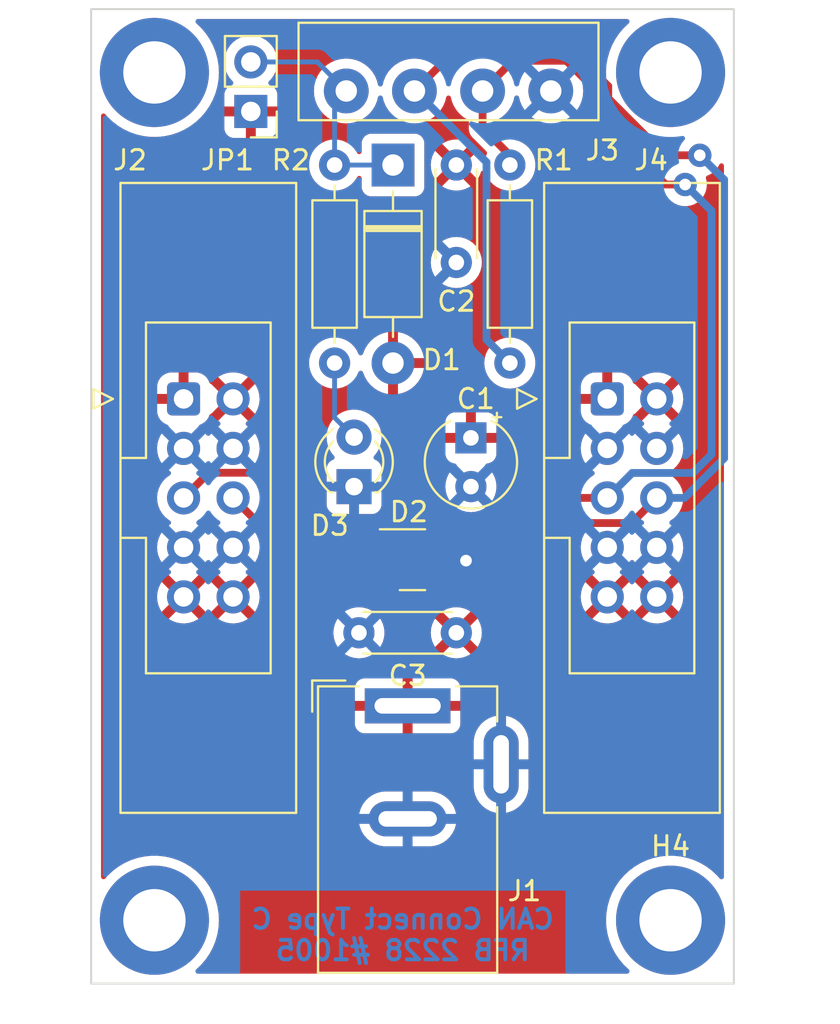
<source format=kicad_pcb>
(kicad_pcb (version 20211014) (generator pcbnew)
  (layers (0 "F.Cu" signal) (31 "B.Cu" signal) (34 "B.Paste" user) (35 "F.Paste" user) (36 "B.SilkS" user "B.Silkscreen") (37 "F.SilkS" user "F.Silkscreen") (38 "B.Mask" user) (39 "F.Mask" user) (44 "Edge.Cuts" user))
  (net 0 "")
  (net 1 "+12V")
  (net 2 "GND")
  (net 3 "/VP")
  (net 4 "/H")
  (net 5 "/L")
  (net 6 "Net-(D3-Pad2)")
  (footprint "Connector_PinHeader_2.54mm:PinHeader_1x02_P2.54mm_Vertical" (layer "F.Cu") (at 108.2 105.25 180)
    (fp_text reference "JP1" (at 1.2 -2.5 180) (layer "F.SilkS"))
    (fp_text value "Jumper_2_Open")
    (fp_line (start -1.33 0) (end -1.33 -1.33) (layer "F.SilkS") (width 0.12))
    (fp_line (start 1.33 1.27) (end 1.33 3.87) (layer "F.SilkS") (width 0.12))
    (fp_line (start -1.33 1.27) (end 1.33 1.27) (layer "F.SilkS") (width 0.12))
    (fp_line (start -1.33 1.27) (end -1.33 3.87) (layer "F.SilkS") (width 0.12))
    (fp_line (start -1.33 3.87) (end 1.33 3.87) (layer "F.SilkS") (width 0.12))
    (fp_line (start -1.33 -1.33) (end 0 -1.33) (layer "F.SilkS") (width 0.12))
    (pad "1" thru_hole rect (at 0 0 180) (size 1.7 1.7) (drill 1) (layers *.Cu *.Mask) (net 1 "+12V"))
    (pad "2" thru_hole oval (at 0 2.54 180) (size 1.7 1.7) (drill 1) (layers *.Cu *.Mask) (net 3 "/VP"))
  )
  (footprint "Capacitor_THT:C_Disc_D4.3mm_W1.9mm_P5.00mm" (layer "F.Cu") (at 118.75 132 180)
    (fp_text reference "C3" (at 2.5 -2.2) (layer "F.SilkS"))
    (fp_text value "100nF")
    (fp_line (start 0.23 -1.07) (end 4.77 -1.07) (layer "F.SilkS") (width 0.12))
    (fp_line (start 0.23 -1.07) (end 0.23 -1.055) (layer "F.SilkS") (width 0.12))
    (fp_line (start 4.77 -1.07) (end 4.77 -1.055) (layer "F.SilkS") (width 0.12))
    (fp_line (start 0.23 1.055) (end 0.23 1.07) (layer "F.SilkS") (width 0.12))
    (fp_line (start 0.23 1.07) (end 4.77 1.07) (layer "F.SilkS") (width 0.12))
    (fp_line (start 4.77 1.055) (end 4.77 1.07) (layer "F.SilkS") (width 0.12))
    (pad "1" thru_hole circle (at 0 0 180) (size 1.6 1.6) (drill 0.8) (layers *.Cu *.Mask) (net 1 "+12V"))
    (pad "2" thru_hole circle (at 5 0 180) (size 1.6 1.6) (drill 0.8) (layers *.Cu *.Mask) (net 2 "GND"))
  )
  (footprint "MountingHole:MountingHole_3.2mm_M3_DIN965_Pad_TopBottom" (layer "F.Cu") (at 129.75 146.75)
    (fp_text reference "H4" (at 0 -3.8) (layer "F.SilkS"))
    (fp_text value "MountingHole")
    (pad "1" thru_hole circle (at 0 0) (size 3.6 3.6) (drill 3.2) (layers *.Cu *.Mask))
    (pad "1" connect circle (at 0 0) (size 5.6 5.6) (layers "B.Cu" "B.Mask"))
    (pad "1" connect circle (at 0 0) (size 5.6 5.6) (layers "F.Cu" "F.Mask"))
  )
  (footprint "MountingHole:MountingHole_3.2mm_M3_DIN965_Pad_TopBottom" (layer "F.Cu") (at 129.75 103.25)
    (fp_text reference "H2" hide)
    (fp_text value "MountingHole")
    (pad "1" thru_hole circle (at 0 0) (size 3.6 3.6) (drill 3.2) (layers *.Cu *.Mask))
    (pad "1" connect circle (at 0 0) (size 5.6 5.6) (layers "B.Cu" "B.Mask"))
    (pad "1" connect circle (at 0 0) (size 5.6 5.6) (layers "F.Cu" "F.Mask"))
  )
  (footprint "Connector_BarrelJack:BarrelJack_Wuerth_6941xx301002" (layer "F.Cu") (at 116.25 135.75)
    (fp_text reference "J1" (at 6 9.5) (layer "F.SilkS"))
    (fp_text value "Barrel_Jack_Switch")
    (fp_line (start 4.6 13.7) (end -4.6 13.7) (layer "F.SilkS") (width 0.12))
    (fp_line (start -4.9 -1.3) (end -4.9 0.3) (layer "F.SilkS") (width 0.12))
    (fp_line (start 2.5 -1) (end 4.6 -1) (layer "F.SilkS") (width 0.12))
    (fp_line (start 4.6 -1) (end 4.6 0.8) (layer "F.SilkS") (width 0.12))
    (fp_line (start 4.6 5.2) (end 4.6 13.7) (layer "F.SilkS") (width 0.12))
    (fp_line (start -3.2 -1.3) (end -4.9 -1.3) (layer "F.SilkS") (width 0.12))
    (fp_line (start -4.6 -1) (end -2.5 -1) (layer "F.SilkS") (width 0.12))
    (fp_line (start -4.6 13.7) (end -4.6 -1) (layer "F.SilkS") (width 0.12))
    (pad "1" thru_hole rect (at 0 0) (size 4.4 1.8) (drill oval 3.4 0.8) (layers *.Cu *.Mask) (net 1 "+12V"))
    (pad "2" thru_hole oval (at 0 5.8) (size 4 1.8) (drill oval 3 0.8) (layers *.Cu *.Mask) (net 2 "GND"))
    (pad "3" thru_hole oval (at 4.8 3 90) (size 4 1.8) (drill oval 3 0.8) (layers *.Cu *.Mask) (net 2 "GND"))
  )
  (footprint "Diode_THT:D_DO-41_SOD81_P10.16mm_Horizontal" (layer "F.Cu") (at 115.5 108 -90)
    (fp_text reference "D1" (at 10 -2.5) (layer "F.SilkS"))
    (fp_text value "UF4001")
    (fp_line (start 2.36 -1.47) (end 2.36 1.47) (layer "F.SilkS") (width 0.12))
    (fp_line (start 7.8 -1.47) (end 2.36 -1.47) (layer "F.SilkS") (width 0.12))
    (fp_line (start 8.82 0) (end 7.8 0) (layer "F.SilkS") (width 0.12))
    (fp_line (start 3.38 -1.47) (end 3.38 1.47) (layer "F.SilkS") (width 0.12))
    (fp_line (start 2.36 1.47) (end 7.8 1.47) (layer "F.SilkS") (width 0.12))
    (fp_line (start 3.26 -1.47) (end 3.26 1.47) (layer "F.SilkS") (width 0.12))
    (fp_line (start 1.34 0) (end 2.36 0) (layer "F.SilkS") (width 0.12))
    (fp_line (start 7.8 1.47) (end 7.8 -1.47) (layer "F.SilkS") (width 0.12))
    (fp_line (start 3.14 -1.47) (end 3.14 1.47) (layer "F.SilkS") (width 0.12))
    (pad "1" thru_hole rect (at 0 0 270) (size 2.2 2.2) (drill 1.1) (layers *.Cu *.Mask) (net 3 "/VP"))
    (pad "2" thru_hole oval (at 10.16 0 270) (size 2.2 2.2) (drill 1.1) (layers *.Cu *.Mask) (net 1 "+12V"))
  )
  (footprint "Connector_IDC:IDC-Header_2x05_P2.54mm_Latch_Vertical" (layer "F.Cu") (at 104.7475 120)
    (fp_text reference "J2" (at -2.7475 -12.25) (layer "F.SilkS"))
    (fp_text value "10W IDC Connector Latched")
    (fp_line (start -4.63 0.5) (end -3.63 0) (layer "F.SilkS") (width 0.12))
    (fp_line (start -3.63 0) (end -4.63 -0.5) (layer "F.SilkS") (width 0.12))
    (fp_line (start -3.24 -11.08) (end 5.78 -11.08) (layer "F.SilkS") (width 0.12))
    (fp_line (start -1.93 3.03) (end -1.93 -3.92) (layer "F.SilkS") (width 0.12))
    (fp_line (start 5.78 21.24) (end -3.24 21.24) (layer "F.SilkS") (width 0.12))
    (fp_line (start -1.93 7.13) (end -3.24 7.13) (layer "F.SilkS") (width 0.12))
    (fp_line (start 4.47 14.08) (end -1.93 14.08) (layer "F.SilkS") (width 0.12))
    (fp_line (start -3.24 21.24) (end -3.24 -11.08) (layer "F.SilkS") (width 0.12))
    (fp_line (start -1.93 7.13) (end -1.93 7.13) (layer "F.SilkS") (width 0.12))
    (fp_line (start -1.93 14.08) (end -1.93 7.13) (layer "F.SilkS") (width 0.12))
    (fp_line (start -1.93 -3.92) (end 4.47 -3.92) (layer "F.SilkS") (width 0.12))
    (fp_line (start -4.63 -0.5) (end -4.63 0.5) (layer "F.SilkS") (width 0.12))
    (fp_line (start 5.78 -11.08) (end 5.78 21.24) (layer "F.SilkS") (width 0.12))
    (fp_line (start -3.24 3.03) (end -1.93 3.03) (layer "F.SilkS") (width 0.12))
    (fp_line (start 4.47 -3.92) (end 4.47 14.08) (layer "F.SilkS") (width 0.12))
    (pad "1" thru_hole roundrect (at 0 0) (size 1.7 1.7) (drill 1) (layers *.Cu *.Mask) (roundrect_rratio 0.147059) (net 1 "+12V"))
    (pad "2" thru_hole circle (at 2.54 0) (size 1.7 1.7) (drill 1) (layers *.Cu *.Mask) (net 1 "+12V"))
    (pad "3" thru_hole circle (at 0 2.54) (size 1.7 1.7) (drill 1) (layers *.Cu *.Mask) (net 2 "GND"))
    (pad "4" thru_hole circle (at 2.54 2.54) (size 1.7 1.7) (drill 1) (layers *.Cu *.Mask) (net 2 "GND"))
    (pad "5" thru_hole circle (at 0 5.08) (size 1.7 1.7) (drill 1) (layers *.Cu *.Mask) (net 4 "/H"))
    (pad "6" thru_hole circle (at 2.54 5.08) (size 1.7 1.7) (drill 1) (layers *.Cu *.Mask) (net 5 "/L"))
    (pad "7" thru_hole circle (at 0 7.62) (size 1.7 1.7) (drill 1) (layers *.Cu *.Mask) (net 2 "GND"))
    (pad "8" thru_hole circle (at 2.54 7.62) (size 1.7 1.7) (drill 1) (layers *.Cu *.Mask) (net 2 "GND"))
    (pad "9" thru_hole circle (at 0 10.16) (size 1.7 1.7) (drill 1) (layers *.Cu *.Mask) (net 1 "+12V"))
    (pad "10" thru_hole circle (at 2.54 10.16) (size 1.7 1.7) (drill 1) (layers *.Cu *.Mask) (net 1 "+12V"))
  )
  (footprint "MountingHole:MountingHole_3.2mm_M3_DIN965_Pad_TopBottom" (layer "F.Cu") (at 103.25 146.75)
    (fp_text reference "H3" hide)
    (fp_text value "MountingHole")
    (pad "1" connect circle (at 0 0) (size 5.6 5.6) (layers "B.Cu" "B.Mask"))
    (pad "1" connect circle (at 0 0) (size 5.6 5.6) (layers "F.Cu" "F.Mask"))
    (pad "1" thru_hole circle (at 0 0) (size 3.6 3.6) (drill 3.2) (layers *.Cu *.Mask))
  )
  (footprint "LED_THT:LED_D3.0mm" (layer "F.Cu") (at 113.5 124.5 90)
    (fp_text reference "D3" (at -2 -1.25 180) (layer "F.SilkS"))
    (fp_text value "LED_GRN")
    (fp_line (start -0.29 1.08) (end -0.29 1.236) (layer "F.SilkS") (width 0.12))
    (fp_line (start -0.29 -1.236) (end -0.29 -1.08) (layer "F.SilkS") (width 0.12))
    (fp_arc (start 2.31113 1.079837) (mid 1.270117 1.5) (end 0.229039 1.08) (layer "F.SilkS") (width 0.12))
    (fp_arc (start 0.229039 -1.08) (mid 1.270117 -1.5) (end 2.31113 -1.079837) (layer "F.SilkS") (width 0.12))
    (fp_arc (start -0.29 -1.235516) (mid 1.366487 -1.987659) (end 2.942335 -1.078608) (layer "F.SilkS") (width 0.12))
    (fp_arc (start 2.942335 1.078608) (mid 1.366487 1.987659) (end -0.29 1.235516) (layer "F.SilkS") (width 0.12))
    (pad "1" thru_hole rect (at 0 0 90) (size 1.8 1.8) (drill 0.9) (layers *.Cu *.Mask) (net 2 "GND"))
    (pad "2" thru_hole circle (at 2.54 0 90) (size 1.8 1.8) (drill 0.9) (layers *.Cu *.Mask) (net 6 "Net-(D3-Pad2)"))
  )
  (footprint "mylib:R_Axial_P10.16mm_Horizontal" (layer "F.Cu") (at 112.5 108 -90)
    (fp_text reference "R2" (at -0.25 2.25) (layer "F.SilkS"))
    (fp_text value "3K9")
    (fp_line (start 9.12 0) (end 8.35 0) (layer "F.SilkS") (width 0.12))
    (fp_line (start 8.35 1.14) (end 8.35 -1.14) (layer "F.SilkS") (width 0.12))
    (fp_line (start 1.81 1.14) (end 8.35 1.14) (layer "F.SilkS") (width 0.12))
    (fp_line (start 1.04 0) (end 1.81 0) (layer "F.SilkS") (width 0.12))
    (fp_line (start 8.35 -1.14) (end 1.81 -1.14) (layer "F.SilkS") (width 0.12))
    (fp_line (start 1.81 -1.14) (end 1.81 1.14) (layer "F.SilkS") (width 0.12))
    (pad "1" thru_hole circle (at 0 0 270) (size 1.6 1.6) (drill 0.8) (layers *.Cu *.Mask) (net 3 "/VP"))
    (pad "2" thru_hole oval (at 10.16 0 270) (size 1.6 1.6) (drill 0.8) (layers *.Cu *.Mask) (net 6 "Net-(D3-Pad2)"))
  )
  (footprint "mylib:R_Axial_P10.16mm_Horizontal" (layer "F.Cu") (at 121.5 118.16 90)
    (fp_text reference "R1" (at 10.41 2.25 180) (layer "F.SilkS"))
    (fp_text value "120R")
    (fp_line (start 8.35 -1.14) (end 1.81 -1.14) (layer "F.SilkS") (width 0.12))
    (fp_line (start 8.35 1.14) (end 8.35 -1.14) (layer "F.SilkS") (width 0.12))
    (fp_line (start 1.81 -1.14) (end 1.81 1.14) (layer "F.SilkS") (width 0.12))
    (fp_line (start 1.81 1.14) (end 8.35 1.14) (layer "F.SilkS") (width 0.12))
    (fp_line (start 9.12 0) (end 8.35 0) (layer "F.SilkS") (width 0.12))
    (fp_line (start 1.04 0) (end 1.81 0) (layer "F.SilkS") (width 0.12))
    (pad "1" thru_hole circle (at 0 0 90) (size 1.6 1.6) (drill 0.8) (layers *.Cu *.Mask) (net 5 "/L"))
    (pad "2" thru_hole oval (at 10.16 0 90) (size 1.6 1.6) (drill 0.8) (layers *.Cu *.Mask) (net 4 "/H"))
  )
  (footprint "mylib:Camdenboss_3pt5mm_pitch_PCB_horizontal_4Way" (layer "F.Cu") (at 126.05 105.7 180)
    (fp_text reference "J3" (at -0.2 -1.55) (layer "F.SilkS"))
    (fp_text value "Conn_01x04_Male")
    (fp_line (start 0 0) (end 0 5) (layer "F.SilkS") (width 0.12))
    (fp_line (start 15.4 0) (end 0 0) (layer "F.SilkS") (width 0.12))
    (fp_line (start 15.4 0) (end 15.4 5) (layer "F.SilkS") (width 0.12))
    (fp_line (start 15.4 5) (end 0 5) (layer "F.SilkS") (width 0.12))
    (pad "1" thru_hole circle (at 2.45 1.5 90) (size 2.3 2.3) (drill 1.1) (layers *.Cu *.Mask) (net 2 "GND"))
    (pad "2" thru_hole circle (at 5.95 1.5 90) (size 2.3 2.3) (drill 1.1) (layers *.Cu *.Mask) (net 4 "/H"))
    (pad "3" thru_hole circle (at 9.45 1.5 90) (size 2.3 2.3) (drill 1.1) (layers *.Cu *.Mask) (net 5 "/L"))
    (pad "4" thru_hole circle (at 12.95 1.5 90) (size 2.3 2.3) (drill 1.1) (layers *.Cu *.Mask) (net 3 "/VP"))
  )
  (footprint "Package_TO_SOT_SMD:SOT-23" (layer "F.Cu") (at 116.5 128.25)
    (fp_text reference "D2" (at -0.1875 -2.45) (layer "F.SilkS"))
    (fp_text value "SP0502BAHTG")
    (fp_line (start 0 -1.56) (end 0.65 -1.56) (layer "F.SilkS") (width 0.12))
    (fp_line (start 0 1.56) (end 0.65 1.56) (layer "F.SilkS") (width 0.12))
    (fp_line (start 0 -1.56) (end -1.675 -1.56) (layer "F.SilkS") (width 0.12))
    (fp_line (start 0 1.56) (end -0.65 1.56) (layer "F.SilkS") (width 0.12))
    (pad "1" smd roundrect (at -0.9375 -0.95) (size 1.475 0.6) (layers "F.Cu" "F.Paste" "F.Mask") (net 4 "/H"))
    (pad "2" smd roundrect (at -0.9375 0.95) (size 1.475 0.6) (layers "F.Cu" "F.Paste" "F.Mask") (net 5 "/L"))
    (pad "3" smd roundrect (at 0.9375 0) (size 1.475 0.6) (layers "F.Cu" "F.Paste" "F.Mask") (net 2 "GND"))
  )
  (footprint "MountingHole:MountingHole_3.2mm_M3_DIN965_Pad_TopBottom" (layer "F.Cu") (at 103.25 103.25)
    (fp_text reference "H1" hide)
    (fp_text value "MountingHole")
    (pad "1" thru_hole circle (at 0 0) (size 3.6 3.6) (drill 3.2) (layers *.Cu *.Mask))
    (pad "1" connect circle (at 0 0) (size 5.6 5.6) (layers "F.Cu" "F.Mask"))
    (pad "1" connect circle (at 0 0) (size 5.6 5.6) (layers "B.Cu" "B.Mask"))
  )
  (footprint "Capacitor_THT:C_Disc_D4.3mm_W1.9mm_P5.00mm" (layer "F.Cu") (at 118.75 108 -90)
    (fp_text reference "C2" (at 7 0) (layer "F.SilkS"))
    (fp_text value "100nF")
    (fp_line (start 0.23 1.07) (end 4.77 1.07) (layer "F.SilkS") (width 0.12))
    (fp_line (start 4.77 1.055) (end 4.77 1.07) (layer "F.SilkS") (width 0.12))
    (fp_line (start 0.23 -1.07) (end 4.77 -1.07) (layer "F.SilkS") (width 0.12))
    (fp_line (start 0.23 -1.07) (end 0.23 -1.055) (layer "F.SilkS") (width 0.12))
    (fp_line (start 4.77 -1.07) (end 4.77 -1.055) (layer "F.SilkS") (width 0.12))
    (fp_line (start 0.23 1.055) (end 0.23 1.07) (layer "F.SilkS") (width 0.12))
    (pad "1" thru_hole circle (at 0 0 270) (size 1.6 1.6) (drill 0.8) (layers *.Cu *.Mask) (net 1 "+12V"))
    (pad "2" thru_hole circle (at 5 0 270) (size 1.6 1.6) (drill 0.8) (layers *.Cu *.Mask) (net 2 "GND"))
  )
  (footprint "Capacitor_THT:CP_Radial_Tantal_D4.5mm_P2.50mm" (layer "F.Cu") (at 119.5 122 -90)
    (fp_text reference "C1" (at -2 -0.25) (layer "F.SilkS"))
    (fp_text value "4u7F")
    (fp_line (start -1.287288 -1.335) (end -0.837288 -1.335) (layer "F.SilkS") (width 0.12))
    (fp_line (start -1.062288 -1.56) (end -1.062288 -1.11) (layer "F.SilkS") (width 0.12))
    (fp_arc (start -0.869741 -1.06) (mid 3.62 0) (end -0.869741 1.06) (layer "F.SilkS") (width 0.12))
    (pad "1" thru_hole rect (at 0 0 270) (size 1.6 1.6) (drill 0.8) (layers *.Cu *.Mask) (net 1 "+12V"))
    (pad "2" thru_hole circle (at 2.5 0 270) (size 1.6 1.6) (drill 0.8) (layers *.Cu *.Mask) (net 2 "GND"))
  )
  (footprint "Connector_IDC:IDC-Header_2x05_P2.54mm_Latch_Vertical" (layer "F.Cu") (at 126.5 120)
    (fp_text reference "J4" (at 2.25 -12.25) (layer "F.SilkS"))
    (fp_text value "10W IDC Connector Latched")
    (fp_line (start -3.24 -11.08) (end 5.78 -11.08) (layer "F.SilkS") (width 0.12))
    (fp_line (start -4.63 0.5) (end -3.63 0) (layer "F.SilkS") (width 0.12))
    (fp_line (start -3.24 3.03) (end -1.93 3.03) (layer "F.SilkS") (width 0.12))
    (fp_line (start -1.93 7.13) (end -1.93 7.13) (layer "F.SilkS") (width 0.12))
    (fp_line (start -1.93 14.08) (end -1.93 7.13) (layer "F.SilkS") (width 0.12))
    (fp_line (start -1.93 -3.92) (end 4.47 -3.92) (layer "F.SilkS") (width 0.12))
    (fp_line (start -3.63 0) (end -4.63 -0.5) (layer "F.SilkS") (width 0.12))
    (fp_line (start -1.93 3.03) (end -1.93 -3.92) (layer "F.SilkS") (width 0.12))
    (fp_line (start 4.47 14.08) (end -1.93 14.08) (layer "F.SilkS") (width 0.12))
    (fp_line (start 4.47 -3.92) (end 4.47 14.08) (layer "F.SilkS") (width 0.12))
    (fp_line (start -3.24 21.24) (end -3.24 -11.08) (layer "F.SilkS") (width 0.12))
    (fp_line (start -1.93 7.13) (end -3.24 7.13) (layer "F.SilkS") (width 0.12))
    (fp_line (start -4.63 -0.5) (end -4.63 0.5) (layer "F.SilkS") (width 0.12))
    (fp_line (start 5.78 -11.08) (end 5.78 21.24) (layer "F.SilkS") (width 0.12))
    (fp_line (start 5.78 21.24) (end -3.24 21.24) (layer "F.SilkS") (width 0.12))
    (pad "1" thru_hole roundrect (at 0 0) (size 1.7 1.7) (drill 1) (layers *.Cu *.Mask) (roundrect_rratio 0.147059) (net 1 "+12V"))
    (pad "2" thru_hole circle (at 2.54 0) (size 1.7 1.7) (drill 1) (layers *.Cu *.Mask) (net 1 "+12V"))
    (pad "3" thru_hole circle (at 0 2.54) (size 1.7 1.7) (drill 1) (layers *.Cu *.Mask) (net 2 "GND"))
    (pad "4" thru_hole circle (at 2.54 2.54) (size 1.7 1.7) (drill 1) (layers *.Cu *.Mask) (net 2 "GND"))
    (pad "5" thru_hole circle (at 0 5.08) (size 1.7 1.7) (drill 1) (layers *.Cu *.Mask) (net 4 "/H"))
    (pad "6" thru_hole circle (at 2.54 5.08) (size 1.7 1.7) (drill 1) (layers *.Cu *.Mask) (net 5 "/L"))
    (pad "7" thru_hole circle (at 0 7.62) (size 1.7 1.7) (drill 1) (layers *.Cu *.Mask) (net 2 "GND"))
    (pad "8" thru_hole circle (at 2.54 7.62) (size 1.7 1.7) (drill 1) (layers *.Cu *.Mask) (net 2 "GND"))
    (pad "9" thru_hole circle (at 0 10.16) (size 1.7 1.7) (drill 1) (layers *.Cu *.Mask) (net 1 "+12V"))
    (pad "10" thru_hole circle (at 2.54 10.16) (size 1.7 1.7) (drill 1) (layers *.Cu *.Mask) (net 1 "+12V"))
  )
  (gr_line (start 133 100) (end 100 100) (layer "Edge.Cuts") (width 0.1))
  (gr_line (start 100 150) (end 100 100) (layer "Edge.Cuts") (width 0.1))
  (gr_line (start 133 150) (end 133 100) (layer "Edge.Cuts") (width 0.1))
  (gr_line (start 100 150) (end 133 150) (layer "Edge.Cuts") (width 0.1))
  (gr_text "CAN Connect Type C\nRFB 2228 #1005" (at 116 147.5) (layer "B.Cu") (effects (font (size 1 1) (thickness 0.2)) (justify mirror)))
  (segment (start 119.199348 128.25) (end 119.247467 128.298119) (width 0.4) (layer "F.Cu") (net 2))
  (segment (start 117.4375 128.25) (end 119.199348 128.25) (width 0.4) (layer "F.Cu") (net 2))
  (via (at 119.247467 128.298119) (size 1.2) (drill 0.6) (layers "F.Cu" "B.Cu") (net 2))
  (segment (start 111.61 102.71) (end 113.1 104.2) (width 0.25) (layer "B.Cu") (net 3))
  (segment (start 112.5 104.8) (end 113.1 104.2) (width 0.25) (layer "B.Cu") (net 3))
  (segment (start 112.5 108) (end 115.25 108) (width 0.25) (layer "B.Cu") (net 3))
  (segment (start 108.2 102.71) (end 111.61 102.71) (width 0.25) (layer "B.Cu") (net 3))
  (segment (start 112.5 108) (end 112.5 104.8) (width 0.25) (layer "B.Cu") (net 3))
  (segment (start 117.9 127.1) (end 117.7 127.3) (width 0.4) (layer "F.Cu") (net 4))
  (segment (start 120.1 104.2) (end 121.65 102.65) (width 0.4) (layer "F.Cu") (net 4))
  (segment (start 117.7 127.3) (end 115.5625 127.3) (width 0.4) (layer "F.Cu") (net 4))
  (segment (start 120.1 106.1) (end 121.5 107.5) (width 0.4) (layer "F.Cu") (net 4))
  (segment (start 123.62 125.08) (end 121.6 127.1) (width 0.4) (layer "F.Cu") (net 4))
  (segment (start 112.05 127.3) (end 115.5625 127.3) (width 0.4) (layer "F.Cu") (net 4))
  (segment (start 125.9505 105.4505) (end 125.950499 104.200499) (width 0.4) (layer "F.Cu") (net 4))
  (segment (start 124.4 102.65) (end 125.950499 104.200499) (width 0.4) (layer "F.Cu") (net 4))
  (segment (start 108.54 123.79) (end 112.05 127.3) (width 0.4) (layer "F.Cu") (net 4))
  (segment (start 130.5 109) (end 129.5 109) (width 0.4) (layer "F.Cu") (net 4))
  (segment (start 106.0375 123.79) (end 108.54 123.79) (width 0.4) (layer "F.Cu") (net 4))
  (segment (start 121.6 127.1) (end 117.9 127.1) (width 0.4) (layer "F.Cu") (net 4))
  (segment (start 126.5 125.08) (end 123.62 125.08) (width 0.4) (layer "F.Cu") (net 4))
  (segment (start 120.1 104.2) (end 120.1 106.1) (width 0.4) (layer "F.Cu") (net 4))
  (segment (start 121.65 102.65) (end 124.4 102.65) (width 0.4) (layer "F.Cu") (net 4))
  (segment (start 129.5 109) (end 125.9505 105.4505) (width 0.4) (layer "F.Cu") (net 4))
  (segment (start 104.7475 125.08) (end 106.0375 123.79) (width 0.4) (layer "F.Cu") (net 4))
  (via (at 130.5 109) (size 1.2) (drill 0.6) (layers "F.Cu" "B.Cu") (net 4))
  (segment (start 127.78 123.8) (end 130.9 123.8) (width 0.4) (layer "B.Cu") (net 4))
  (segment (start 131.85 122.85) (end 131.85 110.35) (width 0.4) (layer "B.Cu") (net 4))
  (segment (start 130.9 123.8) (end 131.85 122.85) (width 0.4) (layer "B.Cu") (net 4))
  (segment (start 130.5 109) (end 131.85 110.35) (width 0.4) (layer "B.Cu") (net 4))
  (segment (start 126.5 125.08) (end 127.78 123.8) (width 0.4) (layer "B.Cu") (net 4))
  (segment (start 115.660119 129.297619) (end 115.5625 129.2) (width 0.4) (layer "F.Cu") (net 5))
  (segment (start 126.55 104.575484) (end 126.55 103.952178) (width 0.4) (layer "F.Cu") (net 5))
  (segment (start 131.25 107.5) (end 129.474516 107.5) (width 0.4) (layer "F.Cu") (net 5))
  (segment (start 124.38 126.37) (end 121.25 129.5) (width 0.4) (layer "F.Cu") (net 5))
  (segment (start 111.4075 129.2) (end 107.2875 125.08) (width 0.4) (layer "F.Cu") (net 5))
  (segment (start 121.25 129.5) (end 118 129.5) (width 0.4) (layer "F.Cu") (net 5))
  (segment (start 129.04 125.08) (end 127.75 126.37) (width 0.4) (layer "F.Cu") (net 5))
  (segment (start 129.474516 107.5) (end 126.55 104.575484) (width 0.4) (layer "F.Cu") (net 5))
  (segment (start 127.75 126.37) (end 124.38 126.37) (width 0.4) (layer "F.Cu") (net 5))
  (segment (start 124.648322 102.0505) (end 118.749501 102.050499) (width 0.4) (layer "F.Cu") (net 5))
  (segment (start 115.5625 129.2) (end 111.4075 129.2) (width 0.4) (layer "F.Cu") (net 5))
  (segment (start 117.797619 129.297619) (end 115.660119 129.297619) (width 0.4) (layer "F.Cu") (net 5))
  (segment (start 118 129.5) (end 117.797619 129.297619) (width 0.4) (layer "F.Cu") (net 5))
  (segment (start 126.55 103.952178) (end 124.648322 102.0505) (width 0.4) (layer "F.Cu") (net 5))
  (segment (start 118.749501 102.050499) (end 116.6 104.2) (width 0.4) (layer "F.Cu") (net 5))
  (via (at 131.25 107.5) (size 1.2) (drill 0.6) (layers "F.Cu" "B.Cu") (net 5))
  (segment (start 116.647057 104.2) (end 120.3 107.852943) (width 0.4) (layer "B.Cu") (net 5))
  (segment (start 132.5 108.75) (end 131.25 107.5) (width 0.4) (layer "B.Cu") (net 5))
  (segment (start 129.04 125.08) (end 130.467822 125.08) (width 0.4) (layer "B.Cu") (net 5))
  (segment (start 120.3 107.852943) (end 120.3 116.96) (width 0.4) (layer "B.Cu") (net 5))
  (segment (start 116.6 104.2) (end 116.647057 104.2) (width 0.4) (layer "B.Cu") (net 5))
  (segment (start 120.3 116.96) (end 121.5 118.16) (width 0.4) (layer "B.Cu") (net 5))
  (segment (start 132.5 123.047822) (end 132.5 108.75) (width 0.4) (layer "B.Cu") (net 5))
  (segment (start 130.467822 125.08) (end 132.5 123.047822) (width 0.4) (layer "B.Cu") (net 5))
  (segment (start 112.5 120.96) (end 113.5 121.96) (width 0.25) (layer "B.Cu") (net 6))
  (segment (start 112.5 118.16) (end 112.5 120.96) (width 0.25) (layer "B.Cu") (net 6))
  (zone (net 1) (net_name "+12V") (layer "F.Cu") (connect_pads (clearance 0.508)) (min_thickness 0.254) (fill yes (thermal_gap 0.508) (thermal_bridge_width 0.508) (smoothing chamfer) (radius 1))
    (polygon (pts (xy 132.5 149.5) (xy 100.5 149.5) (xy 100.5 100.5) (xy 132.5 100.5)))
  )
  (zone (net 2) (net_name "GND") (layer "B.Cu") (connect_pads (clearance 0.508)) (min_thickness 0.254) (fill yes (thermal_gap 0.508) (thermal_bridge_width 0.508) (smoothing fillet) (radius 1))
    (polygon (pts (xy 132.6 149.6) (xy 100.6 149.6) (xy 100.6 100.4) (xy 132.6 100.4)))
  )
)
</source>
